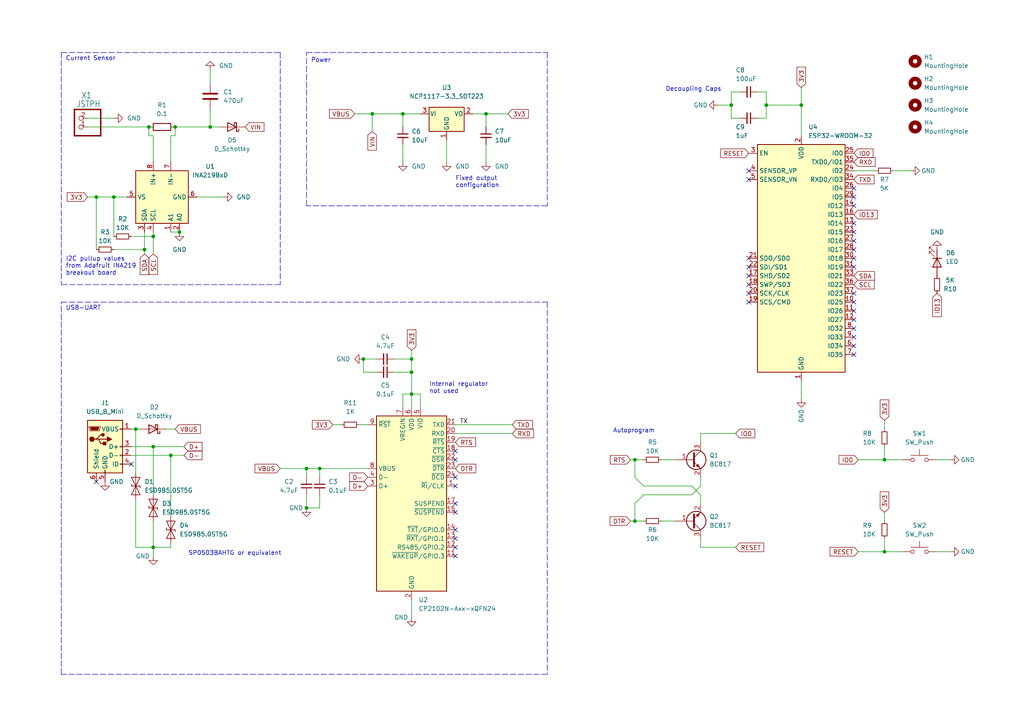
<source format=kicad_sch>
(kicad_sch (version 20211123) (generator eeschema)
  (paper "A4")
  (title_block (title "Energy-Harvesting Flowmeter"))
  (lib_symbols
    (symbol "Adafruit HUZZAH32 ESP32 Feather-eagle-import:CON_JST_PH_2PIN"
      (property "Reference" "X" (at -6.35 5.715 0))
      (property "Value" "CON_JST_PH_2PIN" (at -6.35 -5.08 0))
      (symbol "CON_JST_PH_2PIN_1_0"
        (polyline (pts (xy -6.35 -2.54) (xy 1.27 -2.54)) (stroke (width 0.4064)))
        (polyline (pts (xy -6.35 5.08) (xy -6.35 -2.54)) (stroke (width 0.4064)))
        (polyline (pts (xy 1.27 -2.54) (xy 1.27 5.08)) (stroke (width 0.4064)))
        (polyline (pts (xy 1.27 5.08) (xy -6.35 5.08)) (stroke (width 0.4064)))
        (pin passive inverted (at -2.54 2.54 0) (length 2.54) (name "1") (number "1"))
        (pin passive inverted (at -2.54 0 0) (length 2.54) (name "2") (number "2"))
      )
    )
    (symbol "Analog_ADC:INA219BxD"
      (property "Reference" "U" (at -6.35 8.89 0))
      (property "Value" "INA219BxD" (at 5.08 8.89 0))
      (symbol "INA219BxD_0_1"
        (rectangle (start -7.62 7.62) (end 7.62 -7.62) (stroke (width 0.254)) (fill (type background)))
      )
      (symbol "INA219BxD_1_1"
        (pin input line (at 10.16 -2.54 180) (length 2.54) (name "A1") (number "1"))
        (pin input line (at 10.16 -5.08 180) (length 2.54) (name "A0") (number "2"))
        (pin bidirectional line (at 10.16 5.08 180) (length 2.54) (name "SDA") (number "3"))
        (pin input line (at 10.16 2.54 180) (length 2.54) (name "SCL") (number "4"))
        (pin power_in line (at 0 10.16 270) (length 2.54) (name "VS") (number "5"))
        (pin power_in line (at 0 -10.16 90) (length 2.54) (name "GND") (number "6"))
        (pin input line (at -10.16 -2.54 0) (length 2.54) (name "IN-") (number "7"))
        (pin input line (at -10.16 2.54 0) (length 2.54) (name "IN+") (number "8"))
      )
    )
    (symbol "Connector:USB_B_Mini" (pin_names (offset 1.016))
      (property "Reference" "J" (at -5.08 11.43 0))
      (property "Value" "USB_B_Mini" (at -5.08 8.89 0))
      (symbol "USB_B_Mini_0_1"
        (rectangle (start -5.08 -7.62) (end 5.08 7.62) (stroke (width 0.254)) (fill (type background)))
        (circle (center -3.81 2.159) (radius 0.635) (stroke (width 0.254)) (fill (type outline)))
        (circle (center -0.635 3.429) (radius 0.381) (stroke (width 0.254)) (fill (type outline)))
        (rectangle (start -0.127 -7.62) (end 0.127 -6.858))
        (polyline (pts (xy -1.905 2.159) (xy 0.635 2.159)) (stroke (width 0.254)))
        (polyline (pts (xy -3.175 2.159) (xy -2.54 2.159) (xy -1.27 3.429) (xy -0.635 3.429)) (stroke (width 0.254)))
        (polyline (pts (xy -2.54 2.159) (xy -1.905 2.159) (xy -1.27 0.889) (xy 0 0.889)) (stroke (width 0.254)))
        (polyline (pts (xy 0.635 2.794) (xy 0.635 1.524) (xy 1.905 2.159) (xy 0.635 2.794)) (stroke (width 0.254)) (fill (type outline)))
        (polyline (pts (xy -4.318 5.588) (xy -1.778 5.588) (xy -2.032 4.826) (xy -4.064 4.826) (xy -4.318 5.588)) (fill (type outline)))
        (polyline (pts (xy -4.699 5.842) (xy -4.699 5.588) (xy -4.445 4.826) (xy -4.445 4.572) (xy -1.651 4.572) (xy -1.651 4.826) (xy -1.397 5.588) (xy -1.397 5.842) (xy -4.699 5.842)))
        (rectangle (start 0.254 1.27) (end -0.508 0.508) (stroke (width 0.254)) (fill (type outline)))
        (rectangle (start 5.08 -5.207) (end 4.318 -4.953))
        (rectangle (start 5.08 -2.667) (end 4.318 -2.413))
        (rectangle (start 5.08 -0.127) (end 4.318 0.127))
        (rectangle (start 5.08 4.953) (end 4.318 5.207))
      )
      (symbol "USB_B_Mini_1_1"
        (pin power_out line (at 7.62 5.08 180) (length 2.54) (name "VBUS") (number "1"))
        (pin bidirectional line (at 7.62 -2.54 180) (length 2.54) (name "D-") (number "2"))
        (pin bidirectional line (at 7.62 0 180) (length 2.54) (name "D+") (number "3"))
        (pin passive line (at 7.62 -5.08 180) (length 2.54) (name "ID") (number "4"))
        (pin power_out line (at 0 -10.16 90) (length 2.54) (name "GND") (number "5"))
        (pin passive line (at -2.54 -10.16 90) (length 2.54) (name "Shield") (number "6"))
      )
    )
    (symbol "Device:C" (pin_numbers hide) (pin_names (offset 0.254))
      (property "Reference" "C" (at 0.635 2.54 0))
      (property "Value" "C" (at 0.635 -2.54 0))
      (symbol "C_0_1"
        (polyline (pts (xy -2.032 -0.762) (xy 2.032 -0.762)) (stroke (width 0.508)))
        (polyline (pts (xy -2.032 0.762) (xy 2.032 0.762)) (stroke (width 0.508)))
      )
      (symbol "C_1_1"
        (pin passive line (at 0 3.81 270) (length 2.794) (name "~") (number "1"))
        (pin passive line (at 0 -3.81 90) (length 2.794) (name "~") (number "2"))
      )
    )
    (symbol "Device:C_Small" (pin_numbers hide) (pin_names (offset 0.254) hide)
      (property "Reference" "C" (at 0.254 1.778 0))
      (property "Value" "C_Small" (at 0.254 -2.032 0))
      (symbol "C_Small_0_1"
        (polyline (pts (xy -1.524 -0.508) (xy 1.524 -0.508)) (stroke (width 0.3302)))
        (polyline (pts (xy -1.524 0.508) (xy 1.524 0.508)) (stroke (width 0.3048)))
      )
      (symbol "C_Small_1_1"
        (pin passive line (at 0 2.54 270) (length 2.032) (name "~") (number "1"))
        (pin passive line (at 0 -2.54 90) (length 2.032) (name "~") (number "2"))
      )
    )
    (symbol "Device:D_Schottky" (pin_numbers hide) (pin_names (offset 1.016) hide)
      (property "Reference" "D" (at 0 2.54 0))
      (property "Value" "D_Schottky" (at 0 -2.54 0))
      (symbol "D_Schottky_0_1"
        (polyline (pts (xy 1.27 0) (xy -1.27 0)))
        (polyline (pts (xy 1.27 1.27) (xy 1.27 -1.27) (xy -1.27 0) (xy 1.27 1.27)) (stroke (width 0.254)))
        (polyline (pts (xy -1.905 0.635) (xy -1.905 1.27) (xy -1.27 1.27) (xy -1.27 -1.27) (xy -0.635 -1.27) (xy -0.635 -0.635)) (stroke (width 0.254)))
      )
      (symbol "D_Schottky_1_1"
        (pin passive line (at -3.81 0 0) (length 2.54) (name "K") (number "1"))
        (pin passive line (at 3.81 0 180) (length 2.54) (name "A") (number "2"))
      )
    )
    (symbol "Device:LED" (pin_numbers hide) (pin_names (offset 1.016) hide)
      (property "Reference" "D" (at 0 2.54 0))
      (property "Value" "LED" (at 0 -2.54 0))
      (symbol "LED_0_1"
        (polyline (pts (xy -1.27 -1.27) (xy -1.27 1.27)) (stroke (width 0.254)))
        (polyline (pts (xy -1.27 0) (xy 1.27 0)))
        (polyline (pts (xy 1.27 -1.27) (xy 1.27 1.27) (xy -1.27 0) (xy 1.27 -1.27)) (stroke (width 0.254)))
        (polyline (pts (xy -3.048 -0.762) (xy -4.572 -2.286) (xy -3.81 -2.286) (xy -4.572 -2.286) (xy -4.572 -1.524)))
        (polyline (pts (xy -1.778 -0.762) (xy -3.302 -2.286) (xy -2.54 -2.286) (xy -3.302 -2.286) (xy -3.302 -1.524)))
      )
      (symbol "LED_1_1"
        (pin passive line (at -3.81 0 0) (length 2.54) (name "K") (number "1"))
        (pin passive line (at 3.81 0 180) (length 2.54) (name "A") (number "2"))
      )
    )
    (symbol "Device:R" (pin_numbers hide) (pin_names (offset 0))
      (property "Reference" "R" (at 2.032 0 90))
      (property "Value" "R" (at 0 0 90))
      (symbol "R_0_1"
        (rectangle (start -1.016 -2.54) (end 1.016 2.54) (stroke (width 0.254)))
      )
      (symbol "R_1_1"
        (pin passive line (at 0 3.81 270) (length 1.27) (name "~") (number "1"))
        (pin passive line (at 0 -3.81 90) (length 1.27) (name "~") (number "2"))
      )
    )
    (symbol "Device:R_Small" (pin_numbers hide) (pin_names (offset 0.254) hide)
      (property "Reference" "R" (at 0.762 0.508 0))
      (property "Value" "R_Small" (at 0.762 -1.016 0))
      (symbol "R_Small_0_1"
        (rectangle (start -0.762 1.778) (end 0.762 -1.778) (stroke (width 0.2032)))
      )
      (symbol "R_Small_1_1"
        (pin passive line (at 0 2.54 270) (length 0.762) (name "~") (number "1"))
        (pin passive line (at 0 -2.54 90) (length 0.762) (name "~") (number "2"))
      )
    )
    (symbol "Diode:ESD9B5.0ST5G" (pin_numbers hide) (pin_names (offset 1.016) hide)
      (property "Reference" "D" (at 0 2.54 0))
      (property "Value" "ESD9B5.0ST5G" (at 0 -2.54 0))
      (symbol "ESD9B5.0ST5G_0_1"
        (polyline (pts (xy 1.27 0) (xy -1.27 0)))
        (polyline (pts (xy -2.54 -1.27) (xy 0 0) (xy -2.54 1.27) (xy -2.54 -1.27)) (stroke (width 0.2032)))
        (polyline (pts (xy 0.508 1.27) (xy 0 1.27) (xy 0 -1.27) (xy -0.508 -1.27)) (stroke (width 0.2032)))
        (polyline (pts (xy 2.54 1.27) (xy 2.54 -1.27) (xy 0 0) (xy 2.54 1.27)) (stroke (width 0.2032)))
      )
      (symbol "ESD9B5.0ST5G_1_1"
        (pin passive line (at -3.81 0 0) (length 2.54) (name "A1") (number "1"))
        (pin passive line (at 3.81 0 180) (length 2.54) (name "A2") (number "2"))
      )
    )
    (symbol "Interface_USB:CP2102N-Axx-xQFN24"
      (property "Reference" "U" (at -8.89 26.67 0))
      (property "Value" "CP2102N-Axx-xQFN24" (at 13.97 26.67 0))
      (symbol "CP2102N-Axx-xQFN24_0_1"
        (rectangle (start -10.16 25.4) (end 10.16 -25.4) (stroke (width 0.254)) (fill (type background)))
      )
      (symbol "CP2102N-Axx-xQFN24_1_1"
        (pin bidirectional line (at 12.7 5.08 180) (length 2.54) (name "~{RI}/CLK") (number "1"))
        (pin no_connect line (at -10.16 -22.86 0) (length 2.54) hide (name "NC") (number "10"))
        (pin bidirectional line (at 12.7 -15.24 180) (length 2.54) (name "~{WAKEUP}/GPIO.3") (number "11"))
        (pin bidirectional line (at 12.7 -12.7 180) (length 2.54) (name "RS485/GPIO.2") (number "12"))
        (pin bidirectional line (at 12.7 -10.16 180) (length 2.54) (name "~{RXT}/GPIO.1") (number "13"))
        (pin bidirectional line (at 12.7 -7.62 180) (length 2.54) (name "~{TXT}/GPIO.0") (number "14"))
        (pin output line (at 12.7 -2.54 180) (length 2.54) (name "~{SUSPEND}") (number "15"))
        (pin no_connect line (at 10.16 -22.86 180) (length 2.54) hide (name "NC") (number "16"))
        (pin output line (at 12.7 0 180) (length 2.54) (name "SUSPEND") (number "17"))
        (pin input line (at 12.7 15.24 180) (length 2.54) (name "~{CTS}") (number "18"))
        (pin output line (at 12.7 17.78 180) (length 2.54) (name "~{RTS}") (number "19"))
        (pin power_in line (at 0 -27.94 90) (length 2.54) (name "GND") (number "2"))
        (pin input line (at 12.7 20.32 180) (length 2.54) (name "RXD") (number "20"))
        (pin output line (at 12.7 22.86 180) (length 2.54) (name "TXD") (number "21"))
        (pin input line (at 12.7 12.7 180) (length 2.54) (name "~{DSR}") (number "22"))
        (pin output line (at 12.7 10.16 180) (length 2.54) (name "~{DTR}") (number "23"))
        (pin input line (at 12.7 7.62 180) (length 2.54) (name "~{DCD}") (number "24"))
        (pin passive line (at 0 -27.94 90) (length 2.54) hide (name "GND") (number "25"))
        (pin bidirectional line (at -12.7 5.08 0) (length 2.54) (name "D+") (number "3"))
        (pin bidirectional line (at -12.7 7.62 0) (length 2.54) (name "D-") (number "4"))
        (pin power_in line (at 2.54 27.94 270) (length 2.54) (name "VIO") (number "5"))
        (pin power_in line (at 0 27.94 270) (length 2.54) (name "VDD") (number "6"))
        (pin power_in line (at -2.54 27.94 270) (length 2.54) (name "VREGIN") (number "7"))
        (pin input line (at -12.7 10.16 0) (length 2.54) (name "VBUS") (number "8"))
        (pin input line (at -12.7 22.86 0) (length 2.54) (name "~{RST}") (number "9"))
      )
    )
    (symbol "Mechanical:MountingHole" (pin_names (offset 1.016))
      (property "Reference" "H" (at 0 5.08 0))
      (property "Value" "MountingHole" (at 0 3.175 0))
      (symbol "MountingHole_0_1"
        (circle (center 0 0) (radius 1.27) (stroke (width 1.27)))
      )
    )
    (symbol "RF_Module:ESP32-WROOM-32"
      (property "Reference" "U" (at -12.7 34.29 0))
      (property "Value" "ESP32-WROOM-32" (at 1.27 34.29 0))
      (symbol "ESP32-WROOM-32_0_1"
        (rectangle (start -12.7 33.02) (end 12.7 -33.02) (stroke (width 0.254)) (fill (type background)))
      )
      (symbol "ESP32-WROOM-32_1_1"
        (pin power_in line (at 0 -35.56 90) (length 2.54) (name "GND") (number "1"))
        (pin bidirectional line (at 15.24 -12.7 180) (length 2.54) (name "IO25") (number "10"))
        (pin bidirectional line (at 15.24 -15.24 180) (length 2.54) (name "IO26") (number "11"))
        (pin bidirectional line (at 15.24 -17.78 180) (length 2.54) (name "IO27") (number "12"))
        (pin bidirectional line (at 15.24 10.16 180) (length 2.54) (name "IO14") (number "13"))
        (pin bidirectional line (at 15.24 15.24 180) (length 2.54) (name "IO12") (number "14"))
        (pin passive line (at 0 -35.56 90) (length 2.54) hide (name "GND") (number "15"))
        (pin bidirectional line (at 15.24 12.7 180) (length 2.54) (name "IO13") (number "16"))
        (pin bidirectional line (at -15.24 -5.08 0) (length 2.54) (name "SHD/SD2") (number "17"))
        (pin bidirectional line (at -15.24 -7.62 0) (length 2.54) (name "SWP/SD3") (number "18"))
        (pin bidirectional line (at -15.24 -12.7 0) (length 2.54) (name "SCS/CMD") (number "19"))
        (pin power_in line (at 0 35.56 270) (length 2.54) (name "VDD") (number "2"))
        (pin bidirectional line (at -15.24 -10.16 0) (length 2.54) (name "SCK/CLK") (number "20"))
        (pin bidirectional line (at -15.24 0 0) (length 2.54) (name "SDO/SD0") (number "21"))
        (pin bidirectional line (at -15.24 -2.54 0) (length 2.54) (name "SDI/SD1") (number "22"))
        (pin bidirectional line (at 15.24 7.62 180) (length 2.54) (name "IO15") (number "23"))
        (pin bidirectional line (at 15.24 25.4 180) (length 2.54) (name "IO2") (number "24"))
        (pin bidirectional line (at 15.24 30.48 180) (length 2.54) (name "IO0") (number "25"))
        (pin bidirectional line (at 15.24 20.32 180) (length 2.54) (name "IO4") (number "26"))
        (pin bidirectional line (at 15.24 5.08 180) (length 2.54) (name "IO16") (number "27"))
        (pin bidirectional line (at 15.24 2.54 180) (length 2.54) (name "IO17") (number "28"))
        (pin bidirectional line (at 15.24 17.78 180) (length 2.54) (name "IO5") (number "29"))
        (pin input line (at -15.24 30.48 0) (length 2.54) (name "EN") (number "3"))
        (pin bidirectional line (at 15.24 0 180) (length 2.54) (name "IO18") (number "30"))
        (pin bidirectional line (at 15.24 -2.54 180) (length 2.54) (name "IO19") (number "31"))
        (pin no_connect line (at -12.7 -27.94 0) (length 2.54) hide (name "NC") (number "32"))
        (pin bidirectional line (at 15.24 -5.08 180) (length 2.54) (name "IO21") (number "33"))
        (pin bidirectional line (at 15.24 22.86 180) (length 2.54) (name "RXD0/IO3") (number "34"))
        (pin bidirectional line (at 15.24 27.94 180) (length 2.54) (name "TXD0/IO1") (number "35"))
        (pin bidirectional line (at 15.24 -7.62 180) (length 2.54) (name "IO22") (number "36"))
        (pin bidirectional line (at 15.24 -10.16 180) (length 2.54) (name "IO23") (number "37"))
        (pin passive line (at 0 -35.56 90) (length 2.54) hide (name "GND") (number "38"))
        (pin passive line (at 0 -35.56 90) (length 2.54) hide (name "GND") (number "39"))
        (pin input line (at -15.24 25.4 0) (length 2.54) (name "SENSOR_VP") (number "4"))
        (pin input line (at -15.24 22.86 0) (length 2.54) (name "SENSOR_VN") (number "5"))
        (pin input line (at 15.24 -25.4 180) (length 2.54) (name "IO34") (number "6"))
        (pin input line (at 15.24 -27.94 180) (length 2.54) (name "IO35") (number "7"))
        (pin bidirectional line (at 15.24 -20.32 180) (length 2.54) (name "IO32") (number "8"))
        (pin bidirectional line (at 15.24 -22.86 180) (length 2.54) (name "IO33") (number "9"))
      )
    )
    (symbol "Regulator_Linear:NCP1117-3.3_SOT223" (pin_names (offset 0.254))
      (property "Reference" "U" (at -3.81 3.175 0))
      (property "Value" "NCP1117-3.3_SOT223" (at 0 3.175 0))
      (symbol "NCP1117-3.3_SOT223_0_1"
        (rectangle (start -5.08 -5.08) (end 5.08 1.905) (stroke (width 0.254)) (fill (type background)))
      )
      (symbol "NCP1117-3.3_SOT223_1_1"
        (pin power_in line (at 0 -7.62 90) (length 2.54) (name "GND") (number "1"))
        (pin power_out line (at 7.62 0 180) (length 2.54) (name "VO") (number "2"))
        (pin power_in line (at -7.62 0 0) (length 2.54) (name "VI") (number "3"))
      )
    )
    (symbol "Switch:SW_Push" (pin_numbers hide) (pin_names (offset 1.016) hide)
      (property "Reference" "SW" (at 1.27 2.54 0))
      (property "Value" "SW_Push" (at 0 -1.524 0))
      (symbol "SW_Push_0_1"
        (circle (center -2.032 0) (radius 0.508))
        (polyline (pts (xy 0 1.27) (xy 0 3.048)))
        (polyline (pts (xy 2.54 1.27) (xy -2.54 1.27)))
        (circle (center 2.032 0) (radius 0.508))
        (pin passive line (at -5.08 0 0) (length 2.54) (name "1") (number "1"))
        (pin passive line (at 5.08 0 180) (length 2.54) (name "2") (number "2"))
      )
    )
    (symbol "Transistor_BJT:BC817" (pin_names (offset 0) hide)
      (property "Reference" "Q" (at 5.08 1.905 0))
      (property "Value" "BC817" (at 5.08 0 0))
      (symbol "BC817_0_1"
        (polyline (pts (xy 0.635 0.635) (xy 2.54 2.54)))
        (polyline (pts (xy 0.635 -0.635) (xy 2.54 -2.54) (xy 2.54 -2.54)))
        (polyline (pts (xy 0.635 1.905) (xy 0.635 -1.905) (xy 0.635 -1.905)) (stroke (width 0.508)))
        (polyline (pts (xy 1.27 -1.778) (xy 1.778 -1.27) (xy 2.286 -2.286) (xy 1.27 -1.778) (xy 1.27 -1.778)) (fill (type outline)))
        (circle (center 1.27 0) (radius 2.8194) (stroke (width 0.254)))
      )
      (symbol "BC817_1_1"
        (pin input line (at -5.08 0 0) (length 5.715) (name "B") (number "1"))
        (pin passive line (at 2.54 -5.08 90) (length 2.54) (name "E") (number "2"))
        (pin passive line (at 2.54 5.08 270) (length 2.54) (name "C") (number "3"))
      )
    )
    (symbol "power:GND" (power) (pin_names (offset 0))
      (property "Value" "GND" (at 0 -3.81 0))
      (symbol "GND_0_1"
        (polyline (pts (xy 0 0) (xy 0 -1.27) (xy 1.27 -1.27) (xy 0 -2.54) (xy -1.27 -1.27) (xy 0 -1.27)))
      )
      (symbol "GND_1_1"
        (pin power_in line (at 0 0 270) (length 0) hide (name "GND") (number "1"))
      )
    )
  )
  (junction (at 105.41 104.14))
  (junction (at 44.45 158.75))
  (junction (at 50.8 36.83))
  (junction (at 39.37 124.46))
  (junction (at 232.41 30.48))
  (junction (at 92.71 135.89))
  (junction (at 88.9 147.32))
  (junction (at 119.38 104.14))
  (junction (at 140.97 33.02))
  (junction (at 49.53 132.08))
  (junction (at 44.45 68.58))
  (junction (at 222.25 30.48))
  (junction (at 43.18 36.83))
  (junction (at 256.54 133.35))
  (junction (at 212.09 30.48))
  (junction (at 184.15 133.35))
  (junction (at 116.84 33.02))
  (junction (at 44.45 129.54))
  (junction (at 60.96 36.83))
  (junction (at 27.94 57.15))
  (junction (at 41.91 72.39))
  (junction (at 184.15 151.13))
  (junction (at 119.38 107.95))
  (junction (at 107.95 33.02))
  (junction (at 88.9 135.89))
  (junction (at 119.38 114.3))
  (junction (at 256.54 160.02))
  (junction (at 33.02 57.15))
  (junction (at 52.07 67.31))
  (no_connect (at 27.94 139.7))
  (no_connect (at 38.1 134.62))
  (no_connect (at 217.17 52.07))
  (no_connect (at 217.17 74.93))
  (no_connect (at 217.17 49.53))
  (no_connect (at 247.65 59.69))
  (no_connect (at 247.65 57.15))
  (no_connect (at 247.65 69.85))
  (no_connect (at 247.65 64.77))
  (no_connect (at 247.65 67.31))
  (no_connect (at 247.65 74.93))
  (no_connect (at 247.65 72.39))
  (no_connect (at 247.65 97.79))
  (no_connect (at 247.65 102.87))
  (no_connect (at 247.65 100.33))
  (no_connect (at 247.65 90.17))
  (no_connect (at 247.65 95.25))
  (no_connect (at 247.65 92.71))
  (no_connect (at 217.17 85.09))
  (no_connect (at 217.17 87.63))
  (no_connect (at 217.17 80.01))
  (no_connect (at 217.17 77.47))
  (no_connect (at 217.17 82.55))
  (no_connect (at 247.65 87.63))
  (no_connect (at 247.65 85.09))
  (no_connect (at 247.65 77.47))
  (no_connect (at 247.65 54.61))
  (no_connect (at 132.08 146.05))
  (no_connect (at 132.08 153.67))
  (no_connect (at 132.08 133.35))
  (no_connect (at 132.08 138.43))
  (no_connect (at 132.08 140.97))
  (no_connect (at 132.08 148.59))
  (no_connect (at 132.08 156.21))
  (no_connect (at 132.08 130.81))
  (no_connect (at 132.08 158.75))
  (no_connect (at 132.08 161.29))
  (wire (pts (xy 119.38 114.3) (xy 119.38 118.11)))
  (wire (pts (xy 41.91 67.31) (xy 41.91 72.39)))
  (wire (pts (xy 203.2 125.73) (xy 203.2 128.27)))
  (wire (pts (xy 184.15 138.43) (xy 184.15 133.35)))
  (wire (pts (xy 119.38 179.07) (xy 119.38 173.99)))
  (wire (pts (xy 203.2 138.43) (xy 203.2 140.97)))
  (wire (pts (xy 109.22 107.95) (xy 105.41 107.95)))
  (polyline (pts (xy 158.75 195.58) (xy 17.78 195.58)))
  (wire (pts (xy 41.91 72.39) (xy 41.91 73.66)))
  (wire (pts (xy 88.9 135.89) (xy 88.9 138.43)))
  (wire (pts (xy 27.94 57.15) (xy 27.94 72.39)))
  (wire (pts (xy 116.84 33.02) (xy 116.84 36.83)))
  (polyline (pts (xy 81.28 82.55) (xy 17.78 82.55)))
  (polyline (pts (xy 17.78 15.24) (xy 81.28 15.24)))
  (wire (pts (xy 38.1 132.08) (xy 49.53 132.08)))
  (wire (pts (xy 203.2 143.51) (xy 200.66 140.97)))
  (wire (pts (xy 116.84 33.02) (xy 121.92 33.02)))
  (wire (pts (xy 132.08 123.19) (xy 148.59 123.19)))
  (wire (pts (xy 53.34 129.54) (xy 44.45 129.54)))
  (wire (pts (xy 256.54 129.54) (xy 256.54 133.35)))
  (wire (pts (xy 256.54 121.92) (xy 256.54 124.46)))
  (wire (pts (xy 184.15 146.05) (xy 184.15 151.13)))
  (wire (pts (xy 200.66 140.97) (xy 186.69 140.97)))
  (wire (pts (xy 203.2 156.21) (xy 203.2 158.75)))
  (wire (pts (xy 43.18 39.37) (xy 43.18 36.83)))
  (wire (pts (xy 44.45 68.58) (xy 38.1 68.58)))
  (wire (pts (xy 92.71 135.89) (xy 92.71 138.43)))
  (wire (pts (xy 27.94 57.15) (xy 25.4 57.15)))
  (wire (pts (xy 25.4 36.83) (xy 43.18 36.83)))
  (wire (pts (xy 232.41 25.4) (xy 232.41 30.48)))
  (wire (pts (xy 50.8 36.83) (xy 60.96 36.83)))
  (wire (pts (xy 121.92 114.3) (xy 121.92 118.11)))
  (wire (pts (xy 50.8 124.46) (xy 48.26 124.46)))
  (wire (pts (xy 49.53 158.75) (xy 49.53 157.48)))
  (wire (pts (xy 44.45 158.75) (xy 49.53 158.75)))
  (wire (pts (xy 64.77 57.15) (xy 57.15 57.15)))
  (wire (pts (xy 119.38 104.14) (xy 119.38 107.95)))
  (wire (pts (xy 44.45 68.58) (xy 44.45 73.66)))
  (wire (pts (xy 44.45 129.54) (xy 44.45 143.51)))
  (wire (pts (xy 256.54 148.59) (xy 256.54 151.13)))
  (wire (pts (xy 184.15 151.13) (xy 186.69 151.13)))
  (wire (pts (xy 182.88 133.35) (xy 184.15 133.35)))
  (wire (pts (xy 247.65 49.53) (xy 254 49.53)))
  (wire (pts (xy 119.38 114.3) (xy 116.84 114.3)))
  (wire (pts (xy 140.97 33.02) (xy 147.32 33.02)))
  (wire (pts (xy 212.09 34.29) (xy 214.63 34.29)))
  (wire (pts (xy 213.36 125.73) (xy 203.2 125.73)))
  (wire (pts (xy 44.45 161.29) (xy 44.45 158.75)))
  (wire (pts (xy 44.45 151.13) (xy 44.45 158.75)))
  (wire (pts (xy 104.14 123.19) (xy 106.68 123.19)))
  (wire (pts (xy 200.66 143.51) (xy 186.69 143.51)))
  (wire (pts (xy 49.53 39.37) (xy 50.8 39.37)))
  (wire (pts (xy 39.37 124.46) (xy 39.37 137.16)))
  (wire (pts (xy 212.09 30.48) (xy 212.09 26.67)))
  (wire (pts (xy 40.64 124.46) (xy 39.37 124.46)))
  (wire (pts (xy 132.08 125.73) (xy 148.59 125.73)))
  (wire (pts (xy 259.08 49.53) (xy 264.16 49.53)))
  (wire (pts (xy 49.53 132.08) (xy 53.34 132.08)))
  (wire (pts (xy 222.25 26.67) (xy 222.25 30.48)))
  (wire (pts (xy 119.38 114.3) (xy 121.92 114.3)))
  (wire (pts (xy 208.28 30.48) (xy 212.09 30.48)))
  (wire (pts (xy 44.45 67.31) (xy 44.45 68.58)))
  (wire (pts (xy 119.38 107.95) (xy 114.3 107.95)))
  (wire (pts (xy 49.53 132.08) (xy 49.53 149.86)))
  (wire (pts (xy 105.41 107.95) (xy 105.41 104.14)))
  (wire (pts (xy 60.96 31.75) (xy 60.96 36.83)))
  (wire (pts (xy 25.4 34.29) (xy 33.02 34.29)))
  (wire (pts (xy 88.9 143.51) (xy 88.9 147.32)))
  (wire (pts (xy 44.45 46.99) (xy 44.45 39.37)))
  (wire (pts (xy 33.02 57.15) (xy 33.02 68.58)))
  (wire (pts (xy 140.97 33.02) (xy 140.97 36.83)))
  (wire (pts (xy 212.09 26.67) (xy 214.63 26.67)))
  (wire (pts (xy 92.71 143.51) (xy 92.71 147.32)))
  (wire (pts (xy 137.16 33.02) (xy 140.97 33.02)))
  (wire (pts (xy 119.38 104.14) (xy 114.3 104.14)))
  (wire (pts (xy 256.54 160.02) (xy 261.62 160.02)))
  (wire (pts (xy 88.9 147.32) (xy 92.71 147.32)))
  (wire (pts (xy 49.53 46.99) (xy 49.53 39.37)))
  (wire (pts (xy 222.25 26.67) (xy 219.71 26.67)))
  (wire (pts (xy 222.25 30.48) (xy 232.41 30.48)))
  (polyline (pts (xy 17.78 87.63) (xy 158.75 87.63)))
  (wire (pts (xy 119.38 101.6) (xy 119.38 104.14)))
  (wire (pts (xy 184.15 133.35) (xy 186.69 133.35)))
  (wire (pts (xy 186.69 143.51) (xy 184.15 146.05)))
  (wire (pts (xy 203.2 146.05) (xy 203.2 143.51)))
  (polyline (pts (xy 158.75 87.63) (xy 158.75 195.58)))
  (wire (pts (xy 50.8 36.83) (xy 50.8 39.37)))
  (wire (pts (xy 232.41 30.48) (xy 232.41 39.37)))
  (wire (pts (xy 49.53 67.31) (xy 52.07 67.31)))
  (wire (pts (xy 116.84 114.3) (xy 116.84 118.11)))
  (wire (pts (xy 191.77 133.35) (xy 195.58 133.35)))
  (wire (pts (xy 39.37 144.78) (xy 39.37 158.75)))
  (polyline (pts (xy 17.78 15.24) (xy 17.78 82.55)))
  (wire (pts (xy 232.41 110.49) (xy 232.41 115.57)))
  (wire (pts (xy 248.92 133.35) (xy 256.54 133.35)))
  (wire (pts (xy 96.52 123.19) (xy 99.06 123.19)))
  (wire (pts (xy 119.38 107.95) (xy 119.38 114.3)))
  (wire (pts (xy 36.83 57.15) (xy 33.02 57.15)))
  (wire (pts (xy 222.25 30.48) (xy 222.25 34.29)))
  (wire (pts (xy 256.54 133.35) (xy 261.62 133.35)))
  (wire (pts (xy 44.45 158.75) (xy 39.37 158.75)))
  (wire (pts (xy 60.96 20.32) (xy 60.96 24.13)))
  (polyline (pts (xy 88.9 59.69) (xy 88.9 15.24)))
  (wire (pts (xy 222.25 34.29) (xy 219.71 34.29)))
  (wire (pts (xy 182.88 151.13) (xy 184.15 151.13)))
  (wire (pts (xy 107.95 33.02) (xy 107.95 38.1)))
  (wire (pts (xy 140.97 41.91) (xy 140.97 46.99)))
  (wire (pts (xy 256.54 156.21) (xy 256.54 160.02)))
  (wire (pts (xy 81.28 135.89) (xy 88.9 135.89)))
  (wire (pts (xy 33.02 57.15) (xy 27.94 57.15)))
  (wire (pts (xy 92.71 135.89) (xy 106.68 135.89)))
  (wire (pts (xy 203.2 158.75) (xy 213.36 158.75)))
  (wire (pts (xy 129.54 40.64) (xy 129.54 46.99)))
  (wire (pts (xy 186.69 140.97) (xy 184.15 138.43)))
  (wire (pts (xy 271.78 133.35) (xy 275.59 133.35)))
  (wire (pts (xy 105.41 104.14) (xy 109.22 104.14)))
  (polyline (pts (xy 81.28 15.24) (xy 81.28 82.55)))
  (wire (pts (xy 102.87 33.02) (xy 107.95 33.02)))
  (polyline (pts (xy 17.78 195.58) (xy 17.78 87.63)))
  (wire (pts (xy 44.45 39.37) (xy 43.18 39.37)))
  (wire (pts (xy 248.92 160.02) (xy 256.54 160.02)))
  (wire (pts (xy 271.78 160.02) (xy 275.59 160.02)))
  (polyline (pts (xy 158.75 15.24) (xy 158.75 59.69)))
  (wire (pts (xy 116.84 41.91) (xy 116.84 46.99)))
  (polyline (pts (xy 88.9 15.24) (xy 158.75 15.24)))
  (polyline (pts (xy 158.75 59.69) (xy 88.9 59.69)))
  (wire (pts (xy 191.77 151.13) (xy 195.58 151.13)))
  (wire (pts (xy 88.9 135.89) (xy 92.71 135.89)))
  (wire (pts (xy 44.45 129.54) (xy 38.1 129.54)))
  (wire (pts (xy 60.96 36.83) (xy 63.5 36.83)))
  (wire (pts (xy 107.95 33.02) (xy 116.84 33.02)))
  (wire (pts (xy 41.91 72.39) (xy 33.02 72.39)))
  (wire (pts (xy 39.37 124.46) (xy 38.1 124.46)))
  (wire (pts (xy 203.2 140.97) (xy 200.66 143.51)))
  (wire (pts (xy 212.09 30.48) (xy 212.09 34.29)))
  (text "Power\n\n" (at 90.17 20.32 0) (effects (font (size 1.27 1.27)) (justify left bottom)))
  (text "USB-UART\n" (at 19.05 90.17 0) (effects (font (size 1.27 1.27)) (justify left bottom)))
  (text "Autoprogram" (at 177.8 125.73 0) (effects (font (size 1.27 1.27)) (justify left bottom)))
  (text "Decoupling Caps\n" (at 193.04 26.67 0) (effects (font (size 1.27 1.27)) (justify left bottom)))
  (text "I2C pullup values \nfrom Adafruit INA219 \nbreakout board" (at 19.05 80.01 0) (effects (font (size 1.27 1.27)) (justify left bottom)))
  (text "SP0503BAHTG or equivalent" (at 54.61 161.29 0) (effects (font (size 1.27 1.27)) (justify left bottom)))
  (text "Internal regulator \nnot used" (at 124.46 114.3 0) (effects (font (size 1.27 1.27)) (justify left bottom)))
  (text "Fixed output \nconfiguration\n" (at 132.08 54.61 0) (effects (font (size 1.27 1.27)) (justify left bottom)))
  (text "Current Sensor\n" (at 19.05 17.78 0) (effects (font (size 1.27 1.27)) (justify left bottom)))
  (label "TX" (at 133.35 123.19 0))
  (global_label "VBUS" (shape input) (at 102.87 33.02 180) (property "Intersheet References" "${INTERSHEET_REFS}" (effects hide)))
  (global_label "VIN" (shape input) (at 107.95 38.1 270) (property "Intersheet References" "${INTERSHEET_REFS}" (effects hide)))
  (global_label "IO13" (shape input) (at 247.65 62.23 0) (property "Intersheet References" "${INTERSHEET_REFS}" (effects hide)))
  (global_label "RXD" (shape input) (at 247.65 46.99 0) (property "Intersheet References" "${INTERSHEET_REFS}" (effects hide)))
  (global_label "IO13" (shape input) (at 271.78 85.09 270) (property "Intersheet References" "${INTERSHEET_REFS}" (effects hide)))
  (global_label "VBUS" (shape input) (at 50.8 124.46 0) (property "Intersheet References" "${INTERSHEET_REFS}" (effects hide)))
  (global_label "RTS" (shape input) (at 182.88 133.35 180) (property "Intersheet References" "${INTERSHEET_REFS}" (effects hide)))
  (global_label "VIN" (shape input) (at 71.12 36.83 0) (property "Intersheet References" "${INTERSHEET_REFS}" (effects hide)))
  (global_label "RESET" (shape input) (at 217.17 44.45 180) (property "Intersheet References" "${INTERSHEET_REFS}" (effects hide)))
  (global_label "IO0" (shape input) (at 213.36 125.73 0) (property "Intersheet References" "${INTERSHEET_REFS}" (effects hide)))
  (global_label "DTR" (shape input) (at 132.08 135.89 0) (property "Intersheet References" "${INTERSHEET_REFS}" (effects hide)))
  (global_label "D+" (shape input) (at 106.68 140.97 180) (property "Intersheet References" "${INTERSHEET_REFS}" (effects hide)))
  (global_label "D-" (shape input) (at 53.34 132.08 0) (property "Intersheet References" "${INTERSHEET_REFS}" (effects hide)))
  (global_label "3V3" (shape input) (at 256.54 121.92 90) (property "Intersheet References" "${INTERSHEET_REFS}" (effects hide)))
  (global_label "IO0" (shape input) (at 248.92 133.35 180) (property "Intersheet References" "${INTERSHEET_REFS}" (effects hide)))
  (global_label "RTS" (shape input) (at 132.08 128.27 0) (property "Intersheet References" "${INTERSHEET_REFS}" (effects hide)))
  (global_label "SCL" (shape input) (at 247.65 82.55 0) (property "Intersheet References" "${INTERSHEET_REFS}" (effects hide)))
  (global_label "TXD" (shape input) (at 247.65 52.07 0) (property "Intersheet References" "${INTERSHEET_REFS}" (effects hide)))
  (global_label "SDA" (shape input) (at 41.91 73.66 270) (property "Intersheet References" "${INTERSHEET_REFS}" (effects hide)))
  (global_label "TXD" (shape input) (at 148.59 123.19 0) (property "Intersheet References" "${INTERSHEET_REFS}" (effects hide)))
  (global_label "VBUS" (shape input) (at 81.28 135.89 180) (property "Intersheet References" "${INTERSHEET_REFS}" (effects hide)))
  (global_label "D-" (shape input) (at 106.68 138.43 180) (property "Intersheet References" "${INTERSHEET_REFS}" (effects hide)))
  (global_label "SCL" (shape input) (at 44.45 73.66 270) (property "Intersheet References" "${INTERSHEET_REFS}" (effects hide)))
  (global_label "IO0" (shape input) (at 247.65 44.45 0) (property "Intersheet References" "${INTERSHEET_REFS}" (effects hide)))
  (global_label "3V3" (shape input) (at 119.38 101.6 90) (property "Intersheet References" "${INTERSHEET_REFS}" (effects hide)))
  (global_label "3V3" (shape input) (at 256.54 148.59 90) (property "Intersheet References" "${INTERSHEET_REFS}" (effects hide)))
  (global_label "DTR" (shape input) (at 182.88 151.13 180) (property "Intersheet References" "${INTERSHEET_REFS}" (effects hide)))
  (global_label "D+" (shape input) (at 53.34 129.54 0) (property "Intersheet References" "${INTERSHEET_REFS}" (effects hide)))
  (global_label "3V3" (shape input) (at 232.41 25.4 90) (property "Intersheet References" "${INTERSHEET_REFS}" (effects hide)))
  (global_label "RXD" (shape input) (at 148.59 125.73 0) (property "Intersheet References" "${INTERSHEET_REFS}" (effects hide)))
  (global_label "RESET" (shape input) (at 248.92 160.02 180) (property "Intersheet References" "${INTERSHEET_REFS}" (effects hide)))
  (global_label "3V3" (shape input) (at 25.4 57.15 180) (property "Intersheet References" "${INTERSHEET_REFS}" (effects hide)))
  (global_label "SDA" (shape input) (at 247.65 80.01 0) (property "Intersheet References" "${INTERSHEET_REFS}" (effects hide)))
  (global_label "3V3" (shape input) (at 147.32 33.02 0) (property "Intersheet References" "${INTERSHEET_REFS}" (effects hide)))
  (global_label "3V3" (shape input) (at 96.52 123.19 180) (property "Intersheet References" "${INTERSHEET_REFS}" (effects hide)))
  (global_label "RESET" (shape input) (at 213.36 158.75 0) (property "Intersheet References" "${INTERSHEET_REFS}" (effects hide)))
  (symbol (lib_id "power:GND") (at 105.41 104.14 270) (unit 1)
    (property "Reference" "#PWR010" (effects hide))
    (property "Value" "GND" (at 101.6 104.1399 90) (effects (justify right)))
  )
  (symbol (lib_id "Diode:ESD9B5.0ST5G") (at 39.37 140.97 90) (unit 1) (in_bom no)
    (property "Reference" "D1" (at 41.91 139.6999 90) (effects (justify right)))
    (property "Value" "ESD9B5.0ST5G" (at 41.91 142.24 90) (effects (justify right)))
    (property "Footprint" "Diode_SMD:D_SOD-923" (effects hide))
    (property "Datasheet" "https://www.onsemi.com/pub/Collateral/ESD9B-D.PDF" (effects hide))
  )
  (symbol (lib_id "Device:C_Small") (at 92.71 140.97 0) (unit 1)
    (property "Reference" "C3" (at 95.25 139.7062 0) (effects (justify left)))
    (property "Value" "0.1uF" (at 95.25 142.2462 0) (effects (justify left)))
    (property "Footprint" "Capacitor_SMD:C_1206_3216Metric_Pad1.33x1.80mm_HandSolder" (effects hide))
  )
  (symbol (lib_id "power:GND") (at 275.59 133.35 90) (unit 1)
    (property "Reference" "#PWR017" (effects hide))
    (property "Value" "GND" (at 280.67 133.35 90))
  )
  (symbol (lib_id "Device:R_Small") (at 30.48 72.39 90) (mirror x) (unit 1)
    (property "Reference" "R3" (at 30.48 67.31 90))
    (property "Value" "10K" (at 30.48 69.85 90))
    (property "Footprint" "Resistor_SMD:R_1206_3216Metric_Pad1.30x1.75mm_HandSolder" (effects hide))
  )
  (symbol (lib_id "Device:C_Small") (at 116.84 39.37 0) (unit 1)
    (property "Reference" "C6" (at 119.38 38.1062 0) (effects (justify left)))
    (property "Value" "10uF" (at 119.38 40.6462 0) (effects (justify left)))
    (property "Footprint" "Capacitor_SMD:C_1206_3216Metric_Pad1.33x1.80mm_HandSolder" (effects hide))
  )
  (symbol (lib_id "power:GND") (at 275.59 160.02 90) (unit 1)
    (property "Reference" "#PWR018" (effects hide))
    (property "Value" "GND" (at 280.67 160.02 90))
  )
  (symbol (lib_id "Device:R_Small") (at 256.54 127 0) (unit 1)
    (property "Reference" "R8" (at 250.19 125.73 0) (effects (justify left)))
    (property "Value" "10K" (at 250.19 128.27 0) (effects (justify left)))
    (property "Footprint" "Resistor_SMD:R_1206_3216Metric_Pad1.30x1.75mm_HandSolder" (effects hide))
  )
  (symbol (lib_id "power:GND") (at 119.38 179.07 0) (unit 1)
    (property "Reference" "#PWR08" (effects hide))
    (property "Value" "GND" (at 114.3 179.07 0) (effects (justify left)))
  )
  (symbol (lib_id "Device:D_Schottky") (at 44.45 124.46 180) (unit 1)
    (property "Reference" "D2" (at 44.7675 118.11 0))
    (property "Value" "D_Schottky" (at 44.7675 120.65 0))
    (property "Footprint" "Diode_SMD:D_SOD-123" (effects hide))
    (property "BOM" "https://nl.mouser.com/ProductDetail/Bourns/CD123D-B140LR?qs=xhbEVWpZdWeACvF%2F8gDRTg%3D%3D" (effects hide))
  )
  (symbol (lib_id "Device:D_Schottky") (at 67.31 36.83 180) (unit 1)
    (property "Reference" "D5" (at 67.31 40.64 0))
    (property "Value" "D_Schottky" (at 67.31 43.18 0))
    (property "Footprint" "Diode_SMD:D_SOD-123" (effects hide))
    (property "BOM" "https://nl.mouser.com/ProductDetail/Bourns/CD123D-B140LR?qs=xhbEVWpZdWeACvF%2F8gDRTg%3D%3D" (effects hide))
  )
  (symbol (lib_id "Device:C") (at 60.96 27.94 180) (unit 1)
    (property "Reference" "C1" (at 64.77 26.6699 0) (effects (justify right)))
    (property "Value" "470uF" (at 64.77 29.2099 0) (effects (justify right)))
    (property "Footprint" "Diode_SMD:D_SOD-123" (effects hide))
    (property "BOM" "https://nl.mouser.com/ProductDetail/KEMET/T591D477M2R5ATE006?qs=sGAEpiMZZMsh%252B1woXyUXj02IBd6%2FO481BbzM2BUxuPM%3D" (effects hide))
  )
  (symbol (lib_id "power:GND") (at 52.07 67.31 0) (mirror y) (unit 1)
    (property "Reference" "#PWR0101" (effects hide))
    (property "Value" "GND" (at 52.07 72.39 0))
  )
  (symbol (lib_id "Device:R_Small") (at 189.23 151.13 90) (unit 1)
    (property "Reference" "R6" (at 189.23 153.67 90))
    (property "Value" "10K" (at 189.23 156.21 90))
    (property "Footprint" "Resistor_SMD:R_1206_3216Metric_Pad1.30x1.75mm_HandSolder" (effects hide))
  )
  (symbol (lib_id "Device:R_Small") (at 35.56 68.58 90) (mirror x) (unit 1)
    (property "Reference" "R2" (at 35.56 63.5 90))
    (property "Value" "10K" (at 35.56 66.04 90))
    (property "Footprint" "Resistor_SMD:R_1206_3216Metric_Pad1.30x1.75mm_HandSolder" (effects hide))
  )
  (symbol (lib_id "Switch:SW_Push") (at 266.7 160.02 0) (unit 1)
    (property "Reference" "SW2" (at 266.7 152.4 0))
    (property "Value" "SW_Push" (at 266.7 154.94 0))
    (property "Footprint" "Button_Switch_SMD:SW_Push_1P1T_NO_CK_KMR2" (effects hide))
    (property "BOM" "https://nl.mouser.com/ProductDetail/CK/KMR211GLFS?qs=sb%252But3Lm4x2P2O4tos22XA%3D%3D" (effects hide))
  )
  (symbol (lib_id "Device:R_Small") (at 189.23 133.35 90) (unit 1)
    (property "Reference" "R5" (at 189.23 128.27 90))
    (property "Value" "10K" (at 189.23 130.81 90))
    (property "Footprint" "Resistor_SMD:R_1206_3216Metric_Pad1.30x1.75mm_HandSolder" (effects hide))
  )
  (symbol (lib_id "Interface_USB:CP2102N-Axx-xQFN24") (at 119.38 146.05 0) (unit 1)
    (property "Reference" "U2" (at 121.3994 173.99 0) (effects (justify left)))
    (property "Value" "CP2102N-Axx-xQFN24" (at 121.3994 176.53 0) (effects (justify left)))
    (property "Footprint" "Package_DFN_QFN:QFN-24-1EP_4x4mm_P0.5mm_EP2.6x2.6mm" (effects hide))
    (property "Datasheet" "https://www.silabs.com/documents/public/data-sheets/cp2102n-datasheet.pdf" (effects hide))
    (property "BOM" "https://nl.mouser.com/ProductDetail/Silicon-Labs/CP2102N-A02-GQFN24?qs=u16ybLDytRYKabtL%2FE7DZA%3D%3D" (effects hide))
  )
  (symbol (lib_id "power:GND") (at 116.84 46.99 0) (unit 1)
    (property "Reference" "#PWR09" (effects hide))
    (property "Value" "GND" (at 119.38 48.2599 0) (effects (justify left)))
  )
  (symbol (lib_id "Device:R_Small") (at 256.54 49.53 90) (unit 1)
    (property "Reference" "R7" (at 256.54 52.07 90))
    (property "Value" "5K" (at 256.54 54.61 90))
    (property "Footprint" "Resistor_SMD:R_1206_3216Metric_Pad1.30x1.75mm_HandSolder" (effects hide))
  )
  (symbol (lib_id "power:GND") (at 271.78 72.39 180) (unit 1)
    (property "Reference" "#PWR016" (effects hide))
    (property "Value" "GND" (at 271.78 67.31 0))
  )
  (symbol (lib_id "Device:R_Small") (at 101.6 123.19 270) (unit 1)
    (property "Reference" "R11" (at 101.6 116.84 90))
    (property "Value" "1K" (at 101.6 119.38 90))
    (property "Footprint" "Resistor_SMD:R_1206_3216Metric_Pad1.30x1.75mm_HandSolder" (effects hide))
  )
  (symbol (lib_id "Transistor_BJT:BC817") (at 200.66 151.13 0) (mirror x) (unit 1)
    (property "Reference" "Q2" (at 205.74 149.8599 0) (effects (justify left)))
    (property "Value" "BC817" (at 205.74 152.3999 0) (effects (justify left)))
    (property "Footprint" "Package_TO_SOT_SMD:SOT-23" (effects hide))
    (property "Datasheet" "https://www.onsemi.com/pub/Collateral/BC818-D.pdf" (effects hide))
  )
  (symbol (lib_id "power:GND") (at 44.45 161.29 0) (unit 1)
    (property "Reference" "#PWR05" (effects hide))
    (property "Value" "GND" (at 39.37 161.29 0) (effects (justify left)))
  )
  (symbol (lib_id "power:GND") (at 88.9 147.32 0) (unit 1)
    (property "Reference" "#PWR07" (effects hide))
    (property "Value" "GND" (at 83.82 147.32 0) (effects (justify left)))
  )
  (symbol (lib_id "Device:C_Small") (at 88.9 140.97 180) (unit 1)
    (property "Reference" "C2" (at 83.82 139.7 0))
    (property "Value" "4.7uF" (at 83.82 142.24 0))
    (property "Footprint" "Capacitor_SMD:C_1206_3216Metric_Pad1.33x1.80mm_HandSolder" (effects hide))
  )
  (symbol (lib_id "Device:C_Small") (at 217.17 34.29 270) (unit 1)
    (property "Reference" "C9" (at 213.36 36.83 90) (effects (justify left)))
    (property "Value" "1uF" (at 213.36 39.37 90) (effects (justify left)))
    (property "Footprint" "Capacitor_SMD:C_1206_3216Metric_Pad1.33x1.80mm_HandSolder" (effects hide))
  )
  (symbol (lib_id "Diode:ESD9B5.0ST5G") (at 49.53 153.67 90) (unit 1) (in_bom no)
    (property "Reference" "D4" (at 52.07 152.3999 90) (effects (justify right)))
    (property "Value" "ESD9B5.0ST5G" (at 52.07 154.9399 90) (effects (justify right)))
    (property "Footprint" "Diode_SMD:D_SOD-923" (effects hide))
    (property "Datasheet" "https://www.onsemi.com/pub/Collateral/ESD9B-D.PDF" (effects hide))
  )
  (symbol (lib_id "Device:LED") (at 271.78 76.2 270) (unit 1)
    (property "Reference" "D6" (at 274.32 73.3424 90) (effects (justify left)))
    (property "Value" "LED" (at 274.32 75.8824 90) (effects (justify left)))
    (property "Footprint" "LED_SMD:LED_1206_3216Metric_Pad1.42x1.75mm_HandSolder" (effects hide))
  )
  (symbol (lib_id "power:GND") (at 30.48 139.7 0) (unit 1)
    (property "Reference" "#PWR02" (effects hide))
    (property "Value" "GND" (at 31.75 139.7 0) (effects (justify left)))
  )
  (symbol (lib_id "power:GND") (at 33.02 34.29 90) (unit 1)
    (property "Reference" "#PWR03" (effects hide))
    (property "Value" "GND" (at 36.83 34.2899 90) (effects (justify right)))
  )
  (symbol (lib_id "power:GND") (at 64.77 57.15 90) (mirror x) (unit 1)
    (property "Reference" "#PWR01" (effects hide))
    (property "Value" "GND" (at 68.58 57.1499 90) (effects (justify right)))
  )
  (symbol (lib_id "Device:R") (at 46.99 36.83 90) (unit 1)
    (property "Reference" "R1" (at 46.99 30.48 90))
    (property "Value" "0.1" (at 46.99 33.02 90))
    (property "Footprint" "Resistor_SMD:R_2512_6332Metric_Pad1.40x3.35mm_HandSolder" (effects hide))
    (property "BOM" "https://nl.mouser.com/ProductDetail/YAGEO/PT2512FK-070R1L?qs=Dk6V2KfKxM%252BZD4eXXjbJ3w%3D%3D" (effects hide))
  )
  (symbol (lib_id "power:GND") (at 264.16 49.53 90) (unit 1)
    (property "Reference" "#PWR015" (effects hide))
    (property "Value" "GND" (at 269.24 49.53 90))
  )
  (symbol (lib_id "Device:C_Small") (at 111.76 107.95 270) (unit 1)
    (property "Reference" "C5" (at 111.76 111.76 90))
    (property "Value" "0.1uF" (at 111.76 114.3 90))
    (property "Footprint" "Capacitor_SMD:C_1206_3216Metric_Pad1.33x1.80mm_HandSolder" (effects hide))
  )
  (symbol (lib_id "power:GND") (at 129.54 46.99 0) (unit 1)
    (property "Reference" "#PWR011" (effects hide))
    (property "Value" "GND" (at 132.08 48.2599 0) (effects (justify left)))
  )
  (symbol (lib_id "Device:C_Small") (at 217.17 26.67 270) (unit 1)
    (property "Reference" "C8" (at 213.36 20.32 90) (effects (justify left)))
    (property "Value" "100uF" (at 213.36 22.86 90) (effects (justify left)))
    (property "Footprint" "Capacitor_SMD:C_1206_3216Metric_Pad1.33x1.80mm_HandSolder" (effects hide))
  )
  (symbol (lib_id "Device:C_Small") (at 140.97 39.37 0) (unit 1)
    (property "Reference" "C7" (at 143.51 38.1062 0) (effects (justify left)))
    (property "Value" "10uF" (at 143.51 40.6462 0) (effects (justify left)))
    (property "Footprint" "Capacitor_SMD:C_1206_3216Metric_Pad1.33x1.80mm_HandSolder" (effects hide))
  )
  (symbol (lib_id "Analog_ADC:INA219BxD") (at 46.99 57.15 90) (mirror x) (unit 1)
    (property "Reference" "U1" (at 60.96 48.26 90))
    (property "Value" "INA219BxD" (at 60.96 50.8 90))
    (property "Footprint" "Package_SO:SOIC-8_3.9x4.9mm_P1.27mm" (effects hide))
    (property "Datasheet" "http://www.ti.com/lit/ds/symlink/ina219.pdf" (effects hide))
    (property "BOM" "https://nl.mouser.com/ProductDetail/Texas-Instruments/INA219BIDR?qs=1WmUhT%2FVMINyGsXNJcdD5Q%3D%3D" (effects hide))
  )
  (symbol (lib_id "Diode:ESD9B5.0ST5G") (at 44.45 147.32 90) (unit 1) (in_bom no)
    (property "Reference" "D3" (at 46.99 146.0499 90) (effects (justify right)))
    (property "Value" "ESD9B5.0ST5G" (at 46.99 148.59 90) (effects (justify right)))
    (property "Footprint" "Diode_SMD:D_SOD-923" (effects hide))
    (property "Datasheet" "https://www.onsemi.com/pub/Collateral/ESD9B-D.PDF" (effects hide))
  )
  (symbol (lib_id "Adafruit HUZZAH32 ESP32 Feather-eagle-import:CON_JST_PH_2PIN") (at 22.86 34.29 180) (unit 1)
    (property "Reference" "X1" (at 26.67 26.67 0) (effects (font (size 1.778 1.5113)) (justify left bottom)))
    (property "Value" "JSTPH" (at 29.21 29.21 0) (effects (font (size 1.778 1.5113)) (justify left bottom)))
    (property "Footprint" "Connector_JST:JST_PH_S2B-PH-SM4-TB_1x02-1MP_P2.00mm_Horizontal" (effects hide))
    (property "BOM" "https://nl.mouser.com/ProductDetail/Adafruit/1769?qs=GURawfaeGuBbgoGtf2XstA%3D%3D" (effects hide))
  )
  (symbol (lib_id "Mechanical:MountingHole") (at 265.43 24.13 0) (unit 1) (in_bom no)
    (property "Reference" "H2" (at 267.97 22.8599 0) (effects (justify left)))
    (property "Value" "MountingHole" (at 267.97 25.3999 0) (effects (justify left)))
    (property "Footprint" "MountingHole:MountingHole_2.2mm_M2_DIN965" (effects hide))
  )
  (symbol (lib_id "Mechanical:MountingHole") (at 265.43 17.78 0) (unit 1) (in_bom no)
    (property "Reference" "H1" (at 267.97 16.5099 0) (effects (justify left)))
    (property "Value" "MountingHole" (at 267.97 19.0499 0) (effects (justify left)))
    (property "Footprint" "MountingHole:MountingHole_2.2mm_M2_DIN965" (effects hide))
  )
  (symbol (lib_id "Device:R_Small") (at 256.54 153.67 0) (unit 1)
    (property "Reference" "R9" (at 250.19 152.4 0) (effects (justify left)))
    (property "Value" "10K" (at 250.19 154.94 0) (effects (justify left)))
    (property "Footprint" "Resistor_SMD:R_1206_3216Metric_Pad1.30x1.75mm_HandSolder" (effects hide))
  )
  (symbol (lib_id "Transistor_BJT:BC817") (at 200.66 133.35 0) (unit 1)
    (property "Reference" "Q1" (at 205.74 132.0799 0) (effects (justify left)))
    (property "Value" "BC817" (at 205.74 134.6199 0) (effects (justify left)))
    (property "Footprint" "Package_TO_SOT_SMD:SOT-23" (effects hide))
    (property "Datasheet" "https://www.onsemi.com/pub/Collateral/BC818-D.pdf" (effects hide))
  )
  (symbol (lib_id "Mechanical:MountingHole") (at 265.43 30.48 0) (unit 1) (in_bom no)
    (property "Reference" "H3" (at 267.97 29.2099 0) (effects (justify left)))
    (property "Value" "MountingHole" (at 267.97 31.7499 0) (effects (justify left)))
    (property "Footprint" "MountingHole:MountingHole_2.2mm_M2_DIN965" (effects hide))
  )
  (symbol (lib_id "Regulator_Linear:NCP1117-3.3_SOT223") (at 129.54 33.02 0) (unit 1)
    (property "Reference" "U3" (at 129.54 25.4 0))
    (property "Value" "NCP1117-3.3_SOT223" (at 129.54 27.94 0))
    (property "Footprint" "Package_TO_SOT_SMD:SOT-223-3_TabPin2" (effects hide))
    (property "Datasheet" "http://www.onsemi.com/pub_link/Collateral/NCP1117-D.PDF" (effects hide))
    (property "BOM" "https://nl.mouser.com/ProductDetail/onsemi/NCP1117LPST33T3G?qs=kbSN2QblFfKG9A4Foh4YYg%3D%3D" (effects hide))
  )
  (symbol (lib_id "Device:R_Small") (at 271.78 82.55 180) (unit 1)
    (property "Reference" "R10" (at 275.59 83.82 0))
    (property "Value" "5K" (at 275.59 81.28 0))
    (property "Footprint" "Resistor_SMD:R_1206_3216Metric_Pad1.30x1.75mm_HandSolder" (effects hide))
  )
  (symbol (lib_id "RF_Module:ESP32-WROOM-32") (at 232.41 74.93 0) (unit 1)
    (property "Reference" "U4" (at 234.4294 36.83 0) (effects (justify left)))
    (property "Value" "ESP32-WROOM-32" (at 234.4294 39.37 0) (effects (justify left)))
    (property "Footprint" "RF_Module:ESP32-WROOM-32" (effects hide))
    (property "Datasheet" "https://www.espressif.com/sites/default/files/documentation/esp32-wroom-32_datasheet_en.pdf" (effects hide))
    (property "BOM" "https://nl.mouser.com/ProductDetail/Espressif-Systems/ESP32-WROOM-32E-H4?qs=Li%252BoUPsLEnuUxeqGSCz%252BcA%3D%3D" (effects hide))
  )
  (symbol (lib_id "power:GND") (at 208.28 30.48 270) (unit 1)
    (property "Reference" "#PWR013" (effects hide))
    (property "Value" "GND" (at 203.2 30.48 90))
  )
  (symbol (lib_id "Connector:USB_B_Mini") (at 30.48 129.54 0) (unit 1)
    (property "Reference" "J1" (at 30.48 116.84 0))
    (property "Value" "USB_B_Mini" (at 30.48 119.38 0))
    (property "Footprint" "Connector_USB:USB_Micro-B_Molex-105017-0001" (effects hide))
    (property "BOM" "https://nl.mouser.com/ProductDetail/Molex/105017-0001?qs=hlXxxvYE36k7QcsR97GUKA%3D%3D" (effects hide))
  )
  (symbol (lib_id "power:GND") (at 140.97 46.99 0) (unit 1)
    (property "Reference" "#PWR012" (effects hide))
    (property "Value" "GND" (at 143.51 48.2599 0) (effects (justify left)))
  )
  (symbol (lib_id "Device:C_Small") (at 111.76 104.14 270) (unit 1)
    (property "Reference" "C4" (at 111.7536 97.79 90))
    (property "Value" "4.7uF" (at 111.7536 100.33 90))
    (property "Footprint" "Capacitor_SMD:C_1206_3216Metric_Pad1.33x1.80mm_HandSolder" (effects hide))
  )
  (symbol (lib_id "power:GND") (at 232.41 115.57 0) (unit 1)
    (property "Reference" "#PWR014" (effects hide))
    (property "Value" "GND" (at 232.41 120.65 90))
  )
  (symbol (lib_id "Switch:SW_Push") (at 266.7 133.35 0) (unit 1)
    (property "Reference" "SW1" (at 266.7 125.73 0))
    (property "Value" "SW_Push" (at 266.7 128.27 0))
    (property "Footprint" "Button_Switch_SMD:SW_Push_1P1T_NO_CK_KMR2" (effects hide))
    (property "BOM" "https://nl.mouser.com/ProductDetail/CK/KMR211GLFS?qs=sb%252But3Lm4x2P2O4tos22XA%3D%3D" (effects hide))
  )
  (symbol (lib_id "Mechanical:MountingHole") (at 265.43 36.83 0) (unit 1) (in_bom no)
    (property "Reference" "H4" (at 267.97 35.5599 0) (effects (justify left)))
    (property "Value" "MountingHole" (at 267.97 38.0999 0) (effects (justify left)))
    (property "Footprint" "MountingHole:MountingHole_2.2mm_M2_DIN965" (effects hide))
  )
  (symbol (lib_id "power:GND") (at 60.96 20.32 180) (unit 1)
    (property "Reference" "#PWR06" (effects hide))
    (property "Value" "GND" (at 63.5 19.0499 0) (effects (justify right)))
  )
)
</source>
